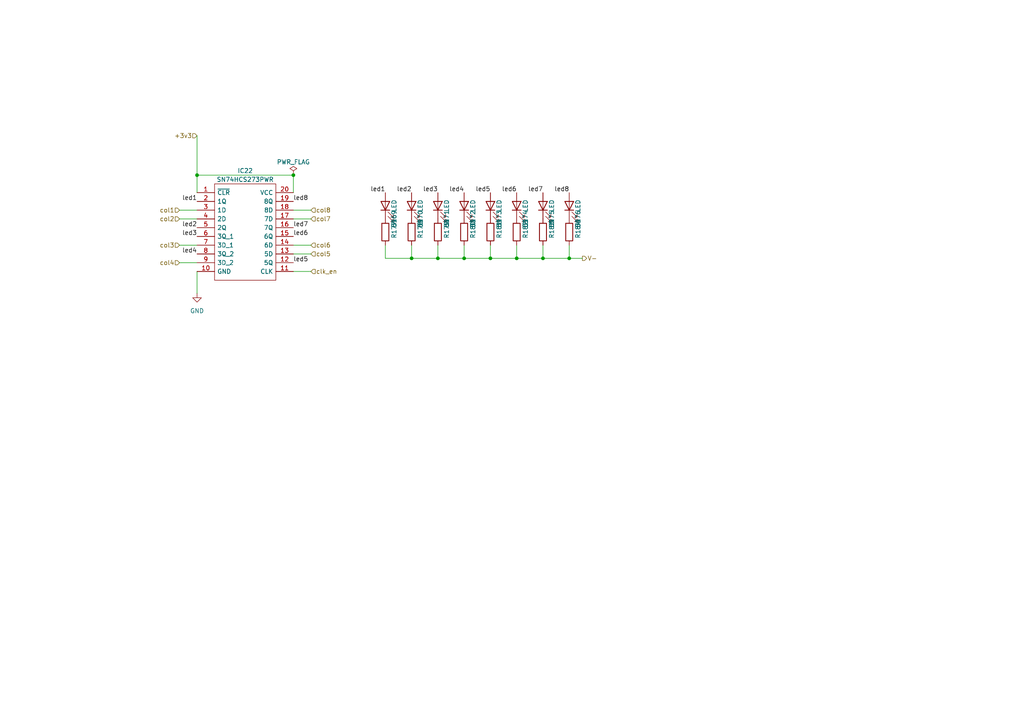
<source format=kicad_sch>
(kicad_sch (version 20230121) (generator eeschema)
  (paper "A4")
  (lib_symbols
    (symbol "Device:LED" (pin_numbers hide) (pin_names (offset 1.016) hide)
      (property "Reference" "D" (at 0 2.54 0))
      (property "Value" "LED" (at 0 -2.54 0))
      (symbol "LED_0_1"
        (polyline (pts (xy -1.27 -1.27) (xy -1.27 1.27)) (stroke (width 0.254)))
        (polyline (pts (xy -1.27 0) (xy 1.27 0)))
        (polyline (pts (xy 1.27 -1.27) (xy 1.27 1.27) (xy -1.27 0) (xy 1.27 -1.27)) (stroke (width 0.254)))
        (polyline (pts (xy -3.048 -0.762) (xy -4.572 -2.286) (xy -3.81 -2.286) (xy -4.572 -2.286) (xy -4.572 -1.524)))
        (polyline (pts (xy -1.778 -0.762) (xy -3.302 -2.286) (xy -2.54 -2.286) (xy -3.302 -2.286) (xy -3.302 -1.524)))
      )
      (symbol "LED_1_1"
        (pin passive line (at -3.81 0 0) (length 2.54) (name "K") (number "1"))
        (pin passive line (at 3.81 0 180) (length 2.54) (name "A") (number "2"))
      )
    )
    (symbol "Device:R" (pin_numbers hide) (pin_names (offset 0))
      (property "Reference" "R" (at 2.032 0 90))
      (property "Value" "R" (at 0 0 90))
      (symbol "R_0_1"
        (rectangle (start -1.016 -2.54) (end 1.016 2.54) (stroke (width 0.254)))
      )
      (symbol "R_1_1"
        (pin passive line (at 0 3.81 270) (length 1.27) (name "~") (number "1"))
        (pin passive line (at 0 -3.81 90) (length 1.27) (name "~") (number "2"))
      )
    )
    (symbol "SamacSys_Parts:SN74HCS273PWR" (pin_names (offset 0.762))
      (property "Reference" "IC" (at 24.13 7.62 0))
      (property "Value" "SN74HCS273PWR" (at 24.13 5.08 0))
      (symbol "SN74HCS273PWR_0_0"
        (pin passive line (at 0 0 0) (length 5.08) (name "~{CLR}") (number "1"))
        (pin passive line (at 0 -22.86 0) (length 5.08) (name "GND") (number "10"))
        (pin passive line (at 27.94 -22.86 180) (length 5.08) (name "CLK") (number "11"))
        (pin passive line (at 27.94 -20.32 180) (length 5.08) (name "5Q") (number "12"))
        (pin passive line (at 27.94 -17.78 180) (length 5.08) (name "5D") (number "13"))
        (pin passive line (at 27.94 -15.24 180) (length 5.08) (name "6D") (number "14"))
        (pin passive line (at 27.94 -12.7 180) (length 5.08) (name "6Q") (number "15"))
        (pin passive line (at 27.94 -10.16 180) (length 5.08) (name "7Q") (number "16"))
        (pin passive line (at 27.94 -7.62 180) (length 5.08) (name "7D") (number "17"))
        (pin passive line (at 27.94 -5.08 180) (length 5.08) (name "8D") (number "18"))
        (pin passive line (at 27.94 -2.54 180) (length 5.08) (name "8Q") (number "19"))
        (pin passive line (at 0 -2.54 0) (length 5.08) (name "1Q") (number "2"))
        (pin passive line (at 27.94 0 180) (length 5.08) (name "VCC") (number "20"))
        (pin passive line (at 0 -5.08 0) (length 5.08) (name "1D") (number "3"))
        (pin passive line (at 0 -7.62 0) (length 5.08) (name "2D") (number "4"))
        (pin passive line (at 0 -10.16 0) (length 5.08) (name "2Q") (number "5"))
        (pin passive line (at 0 -12.7 0) (length 5.08) (name "3Q_1") (number "6"))
        (pin passive line (at 0 -15.24 0) (length 5.08) (name "3D_1") (number "7"))
        (pin passive line (at 0 -17.78 0) (length 5.08) (name "3Q_2") (number "8"))
        (pin passive line (at 0 -20.32 0) (length 5.08) (name "3D_2") (number "9"))
      )
      (symbol "SN74HCS273PWR_0_1"
        (polyline (pts (xy 5.08 2.54) (xy 22.86 2.54) (xy 22.86 -25.4) (xy 5.08 -25.4) (xy 5.08 2.54)) (stroke (width 0.1524)))
      )
    )
    (symbol "power:GND" (power) (pin_names (offset 0))
      (property "Value" "GND" (at 0 -3.81 0))
      (symbol "GND_0_1"
        (polyline (pts (xy 0 0) (xy 0 -1.27) (xy 1.27 -1.27) (xy 0 -2.54) (xy -1.27 -1.27) (xy 0 -1.27)))
      )
      (symbol "GND_1_1"
        (pin power_in line (at 0 0 270) (length 0) hide (name "GND") (number "1"))
      )
    )
    (symbol "power:PWR_FLAG" (power) (pin_numbers hide) (pin_names (offset 0) hide)
      (property "Value" "PWR_FLAG" (at 0 3.81 0))
      (symbol "PWR_FLAG_0_0"
        (pin power_out line (at 0 0 90) (length 0) (name "pwr") (number "1"))
      )
      (symbol "PWR_FLAG_0_1"
        (polyline (pts (xy 0 0) (xy 0 1.27) (xy -1.016 1.905) (xy 0 2.54) (xy 1.016 1.905) (xy 0 1.27)))
      )
    )
  )
  (junction (at 149.86 74.93))
  (junction (at 165.1 74.93))
  (junction (at 57.15 50.8))
  (junction (at 85.09 50.8))
  (junction (at 134.62 74.93))
  (junction (at 157.48 74.93))
  (junction (at 127 74.93))
  (junction (at 119.38 74.93))
  (junction (at 142.24 74.93))
  (wire (pts (xy 165.1 71.12) (xy 165.1 74.93)))
  (wire (pts (xy 52.07 60.96) (xy 57.15 60.96)))
  (wire (pts (xy 52.07 63.5) (xy 57.15 63.5)))
  (wire (pts (xy 157.48 74.93) (xy 165.1 74.93)))
  (wire (pts (xy 165.1 74.93) (xy 168.91 74.93)))
  (wire (pts (xy 90.17 71.12) (xy 85.09 71.12)))
  (wire (pts (xy 119.38 71.12) (xy 119.38 74.93)))
  (wire (pts (xy 134.62 71.12) (xy 134.62 74.93)))
  (wire (pts (xy 142.24 74.93) (xy 149.86 74.93)))
  (wire (pts (xy 134.62 74.93) (xy 142.24 74.93)))
  (wire (pts (xy 57.15 78.74) (xy 57.15 85.09)))
  (wire (pts (xy 111.76 74.93) (xy 119.38 74.93)))
  (wire (pts (xy 127 71.12) (xy 127 74.93)))
  (wire (pts (xy 85.09 78.74) (xy 90.17 78.74)))
  (wire (pts (xy 90.17 63.5) (xy 85.09 63.5)))
  (wire (pts (xy 57.15 50.8) (xy 85.09 50.8)))
  (wire (pts (xy 90.17 60.96) (xy 85.09 60.96)))
  (wire (pts (xy 127 74.93) (xy 134.62 74.93)))
  (wire (pts (xy 119.38 74.93) (xy 127 74.93)))
  (wire (pts (xy 90.17 73.66) (xy 85.09 73.66)))
  (wire (pts (xy 142.24 71.12) (xy 142.24 74.93)))
  (wire (pts (xy 157.48 71.12) (xy 157.48 74.93)))
  (wire (pts (xy 57.15 39.37) (xy 57.15 50.8)))
  (wire (pts (xy 52.07 71.12) (xy 57.15 71.12)))
  (wire (pts (xy 52.07 76.2) (xy 57.15 76.2)))
  (wire (pts (xy 111.76 71.12) (xy 111.76 74.93)))
  (wire (pts (xy 57.15 50.8) (xy 57.15 55.88)))
  (wire (pts (xy 85.09 55.88) (xy 85.09 50.8)))
  (wire (pts (xy 149.86 71.12) (xy 149.86 74.93)))
  (wire (pts (xy 149.86 74.93) (xy 157.48 74.93)))
  (label "led3" (at 57.15 68.58 180))
  (label "led1" (at 57.15 58.42 180))
  (label "led4" (at 134.62 55.88 180))
  (label "led4" (at 57.15 73.66 180))
  (label "led2" (at 57.15 66.04 180))
  (label "led1" (at 111.76 55.88 180))
  (label "led3" (at 127 55.88 180))
  (label "led6" (at 149.86 55.88 180))
  (label "led6" (at 85.09 68.58 0))
  (label "led2" (at 119.38 55.88 180))
  (label "led5" (at 142.24 55.88 180))
  (label "led8" (at 85.09 58.42 0))
  (label "led5" (at 85.09 76.2 0))
  (label "led7" (at 85.09 66.04 0))
  (label "led7" (at 157.48 55.88 180))
  (label "led8" (at 165.1 55.88 180))
  (hierarchical_label "col5" (shape input) (at 90.17 73.66 0))
  (hierarchical_label "col7" (shape input) (at 90.17 63.5 0))
  (hierarchical_label "+3v3" (shape input) (at 57.15 39.37 180))
  (hierarchical_label "col8" (shape input) (at 90.17 60.96 0))
  (hierarchical_label "col2" (shape input) (at 52.07 63.5 180))
  (hierarchical_label "col6" (shape input) (at 90.17 71.12 0))
  (hierarchical_label "col1" (shape input) (at 52.07 60.96 180))
  (hierarchical_label "V-" (shape output) (at 168.91 74.93 0))
  (hierarchical_label "col4" (shape input) (at 52.07 76.2 180))
  (hierarchical_label "clk_en" (shape input) (at 90.17 78.74 0))
  (hierarchical_label "col3" (shape input) (at 52.07 71.12 180))
  (symbol (lib_id "Device:R") (at 149.86 67.31 0) (unit 1)
    (property "Reference" "R182" (at 152.4 69.215 90) (effects (justify left)))
    (property "Value" "59" (at 152.4 66.04 90) (effects (justify left)))
    (property "Footprint" "Resistor_SMD:R_0603_1608Metric" (effects hide))
    (instances (project "led_schematics" (path "" (reference "R182") (unit 1)) (path "" (reference "R174") (unit 1)) (path "" (reference "R150") (unit 1)) (path "" (reference "R198") (unit 1)) (path "" (reference "R166") (unit 1)) (path "" (reference "R142") (unit 1)) (path "" (reference "R158") (unit 1)) (path "" (reference "R190") (unit 1)) (path "" (reference "R46") (unit 1)) (path "" (reference "R62") (unit 1)) (path "" (reference "R30") (unit 1)) (path "" (reference "R14") (unit 1)) (path "" (reference "R70") (unit 1)) (path "" (reference "R54") (unit 1)) (path "" (reference "R22") (unit 1)) (path "" (reference "R38") (unit 1)) (path "" (reference "R78") (unit 1)) (path "" (reference "R102") (unit 1)) (path "" (reference "R94") (unit 1)) (path "" (reference "R118") (unit 1)) (path "" (reference "R134") (unit 1)) (path "" (reference "R86") (unit 1)) (path "" (reference "R110") (unit 1)) (path "" (reference "R126") (unit 1)) (path "" (reference "R230") (unit 1)) (path "" (reference "R246") (unit 1)) (path "" (reference "R262") (unit 1)) (path "" (reference "R254") (unit 1)) (path "" (reference "R206") (unit 1)) (path "" (reference "R214") (unit 1)) (path "" (reference "R238") (unit 1)) (path "" (reference "R222") (unit 1)) (path "" (reference "R326") (unit 1)) (path "" (reference "R302") (unit 1)) (path "" (reference "R278") (unit 1)) (path "" (reference "R286") (unit 1)) (path "" (reference "R294") (unit 1)) (path "" (reference "R270") (unit 1)) (path "" (reference "R318") (unit 1)) (path "" (reference "R310") (unit 1)) (path "" (reference "R374") (unit 1)) (path "" (reference "R342") (unit 1)) (path "" (reference "R350") (unit 1)) (path "" (reference "R382") (unit 1)) (path "" (reference "R366") (unit 1)) (path "" (reference "R334") (unit 1)) (path "" (reference "R358") (unit 1)) (path "" (reference "R390") (unit 1)) (path "" (reference "R422") (unit 1)) (path "" (reference "R414") (unit 1)) (path "" (reference "R446") (unit 1)) (path "" (reference "R406") (unit 1)) (path "" (reference "R454") (unit 1)) (path "" (reference "R430") (unit 1)) (path "" (reference "R398") (unit 1)) (path "" (reference "R438") (unit 1)) (path "" (reference "R470") (unit 1)) (path "" (reference "R478") (unit 1)) (path "" (reference "R486") (unit 1)) (path "" (reference "R462") (unit 1)) (path "" (reference "R502") (unit 1)) (path "" (reference "R518") (unit 1)) (path "" (reference "R494") (unit 1)) (path "" (reference "R510") (unit 1))))
  )
  (symbol (lib_id "Device:R") (at 111.76 67.31 0) (unit 1)
    (property "Reference" "R177" (at 114.3 69.215 90) (effects (justify left)))
    (property "Value" "59" (at 114.3 66.04 90) (effects (justify left)))
    (property "Footprint" "Resistor_SMD:R_0603_1608Metric" (effects hide))
    (instances (project "led_schematics" (path "" (reference "R177") (unit 1)) (path "" (reference "R169") (unit 1)) (path "" (reference "R145") (unit 1)) (path "" (reference "R193") (unit 1)) (path "" (reference "R161") (unit 1)) (path "" (reference "R137") (unit 1)) (path "" (reference "R153") (unit 1)) (path "" (reference "R185") (unit 1)) (path "" (reference "R41") (unit 1)) (path "" (reference "R57") (unit 1)) (path "" (reference "R25") (unit 1)) (path "" (reference "R9") (unit 1)) (path "" (reference "R65") (unit 1)) (path "" (reference "R49") (unit 1)) (path "" (reference "R17") (unit 1)) (path "" (reference "R33") (unit 1)) (path "" (reference "R73") (unit 1)) (path "" (reference "R97") (unit 1)) (path "" (reference "R89") (unit 1)) (path "" (reference "R113") (unit 1)) (path "" (reference "R129") (unit 1)) (path "" (reference "R81") (unit 1)) (path "" (reference "R105") (unit 1)) (path "" (reference "R121") (unit 1)) (path "" (reference "R225") (unit 1)) (path "" (reference "R241") (unit 1)) (path "" (reference "R257") (unit 1)) (path "" (reference "R249") (unit 1)) (path "" (reference "R201") (unit 1)) (path "" (reference "R209") (unit 1)) (path "" (reference "R233") (unit 1)) (path "" (reference "R217") (unit 1)) (path "" (reference "R321") (unit 1)) (path "" (reference "R297") (unit 1)) (path "" (reference "R273") (unit 1)) (path "" (reference "R281") (unit 1)) (path "" (reference "R289") (unit 1)) (path "" (reference "R265") (unit 1)) (path "" (reference "R313") (unit 1)) (path "" (reference "R305") (unit 1)) (path "" (reference "R369") (unit 1)) (path "" (reference "R337") (unit 1)) (path "" (reference "R345") (unit 1)) (path "" (reference "R377") (unit 1)) (path "" (reference "R361") (unit 1)) (path "" (reference "R329") (unit 1)) (path "" (reference "R353") (unit 1)) (path "" (reference "R385") (unit 1)) (path "" (reference "R417") (unit 1)) (path "" (reference "R409") (unit 1)) (path "" (reference "R441") (unit 1)) (path "" (reference "R401") (unit 1)) (path "" (reference "R449") (unit 1)) (path "" (reference "R425") (unit 1)) (path "" (reference "R393") (unit 1)) (path "" (reference "R433") (unit 1)) (path "" (reference "R465") (unit 1)) (path "" (reference "R473") (unit 1)) (path "" (reference "R481") (unit 1)) (path "" (reference "R457") (unit 1)) (path "" (reference "R497") (unit 1)) (path "" (reference "R513") (unit 1)) (path "" (reference "R489") (unit 1)) (path "" (reference "R505") (unit 1))))
  )
  (symbol (lib_id "Device:LED") (at 127 59.69 90) (unit 1)
    (property "Reference" "D171" (at 129.54 63.5 0))
    (property "Value" "LED" (at 129.54 59.69 0))
    (property "Footprint" "LED_THT:LED_D10.0mm" (effects hide))
    (instances (project "led_schematics" (path "" (reference "D171") (unit 1)) (path "" (reference "D163") (unit 1)) (path "" (reference "D139") (unit 1)) (path "" (reference "D187") (unit 1)) (path "" (reference "D155") (unit 1)) (path "" (reference "D131") (unit 1)) (path "" (reference "D147") (unit 1)) (path "" (reference "D179") (unit 1)) (path "" (reference "D35") (unit 1)) (path "" (reference "D51") (unit 1)) (path "" (reference "D19") (unit 1)) (path "" (reference "D3") (unit 1)) (path "" (reference "D59") (unit 1)) (path "" (reference "D43") (unit 1)) (path "" (reference "D11") (unit 1)) (path "" (reference "D27") (unit 1)) (path "" (reference "D67") (unit 1)) (path "" (reference "D91") (unit 1)) (path "" (reference "D83") (unit 1)) (path "" (reference "D107") (unit 1)) (path "" (reference "D123") (unit 1)) (path "" (reference "D75") (unit 1)) (path "" (reference "D99") (unit 1)) (path "" (reference "D115") (unit 1)) (path "" (reference "D219") (unit 1)) (path "" (reference "D235") (unit 1)) (path "" (reference "D251") (unit 1)) (path "" (reference "D243") (unit 1)) (path "" (reference "D195") (unit 1)) (path "" (reference "D203") (unit 1)) (path "" (reference "D227") (unit 1)) (path "" (reference "D211") (unit 1)) (path "" (reference "D315") (unit 1)) (path "" (reference "D291") (unit 1)) (path "" (reference "D267") (unit 1)) (path "" (reference "D275") (unit 1)) (path "" (reference "D283") (unit 1)) (path "" (reference "D259") (unit 1)) (path "" (reference "D307") (unit 1)) (path "" (reference "D299") (unit 1)) (path "" (reference "D363") (unit 1)) (path "" (reference "D331") (unit 1)) (path "" (reference "D339") (unit 1)) (path "" (reference "D371") (unit 1)) (path "" (reference "D355") (unit 1)) (path "" (reference "D323") (unit 1)) (path "" (reference "D347") (unit 1)) (path "" (reference "D379") (unit 1)) (path "" (reference "D411") (unit 1)) (path "" (reference "D403") (unit 1)) (path "" (reference "D435") (unit 1)) (path "" (reference "D395") (unit 1)) (path "" (reference "D443") (unit 1)) (path "" (reference "D419") (unit 1)) (path "" (reference "D387") (unit 1)) (path "" (reference "D427") (unit 1)) (path "" (reference "D459") (unit 1)) (path "" (reference "D467") (unit 1)) (path "" (reference "D475") (unit 1)) (path "" (reference "D451") (unit 1)) (path "" (reference "D491") (unit 1)) (path "" (reference "D507") (unit 1)) (path "" (reference "D483") (unit 1)) (path "" (reference "D499") (unit 1))))
  )
  (symbol (lib_id "SamacSys_Parts:SN74HCS273PWR") (at 57.15 55.88 0) (unit 1)
    (property "Reference" "IC22" (at 71.12 49.53 0))
    (property "Value" "SN74HCS273PWR" (at 71.12 52.07 0))
    (property "Footprint" "SOP65P640X120-20N" (effects hide))
    (property "Datasheet" "https://www.ti.com/general/docs/suppproductinfo.tsp?distId=26&gotoUrl=https://www.ti.com/lit/gpn/sn74hcs273" (effects hide))
    (property "Description" "Flip Flops Octal D-type flip-flops with clear with Schmitt-trigger inputs" (effects hide))
    (property "Height" "1.2" (effects hide))
    (property "Mouser Part Number" "595-SN74HCS273PWR" (effects hide))
    (property "Mouser Price/Stock" "https://www.mouser.co.uk/ProductDetail/Texas-Instruments/SN74HCS273PWR?qs=QNEnbhJQKvYIJo9rBWLKyw%3D%3D" (effects hide))
    (property "Manufacturer_Name" "Texas Instruments" (effects hide))
    (property "Manufacturer_Part_Number" "SN74HCS273PWR" (effects hide))
    (instances (project "led_schematics" (path "" (reference "IC22") (unit 1)) (path "" (reference "IC21") (unit 1)) (path "" (reference "IC18") (unit 1)) (path "" (reference "IC24") (unit 1)) (path "" (reference "IC20") (unit 1)) (path "" (reference "IC17") (unit 1)) (path "" (reference "IC19") (unit 1)) (path "" (reference "IC23") (unit 1)) (path "" (reference "IC5") (unit 1)) (path "" (reference "IC7") (unit 1)) (path "" (reference "IC3") (unit 1)) (path "" (reference "IC1") (unit 1)) (path "" (reference "IC8") (unit 1)) (path "" (reference "IC6") (unit 1)) (path "" (reference "IC2") (unit 1)) (path "" (reference "IC4") (unit 1)) (path "" (reference "IC9") (unit 1)) (path "" (reference "IC12") (unit 1)) (path "" (reference "IC11") (unit 1)) (path "" (reference "IC14") (unit 1)) (path "" (reference "IC16") (unit 1)) (path "" (reference "IC10") (unit 1)) (path "" (reference "IC13") (unit 1)) (path "" (reference "IC15") (unit 1)) (path "" (reference "IC28") (unit 1)) (path "" (reference "IC30") (unit 1)) (path "" (reference "IC32") (unit 1)) (path "" (reference "IC31") (unit 1)) (path "" (reference "IC25") (unit 1)) (path "" (reference "IC26") (unit 1)) (path "" (reference "IC29") (unit 1)) (path "" (reference "IC27") (unit 1)) (path "" (reference "IC40") (unit 1)) (path "" (reference "IC37") (unit 1)) (path "" (reference "IC34") (unit 1)) (path "" (reference "IC35") (unit 1)) (path "" (reference "IC36") (unit 1)) (path "" (reference "IC33") (unit 1)) (path "" (reference "IC39") (unit 1)) (path "" (reference "IC38") (unit 1)) (path "" (reference "IC46") (unit 1)) (path "" (reference "IC42") (unit 1)) (path "" (reference "IC43") (unit 1)) (path "" (reference "IC47") (unit 1)) (path "" (reference "IC45") (unit 1)) (path "" (reference "IC41") (unit 1)) (path "" (reference "IC44") (unit 1)) (path "" (reference "IC48") (unit 1)) (path "" (reference "IC52") (unit 1)) (path "" (reference "IC51") (unit 1)) (path "" (reference "IC55") (unit 1)) (path "" (reference "IC50") (unit 1)) (path "" (reference "IC56") (unit 1)) (path "" (reference "IC53") (unit 1)) (path "" (reference "IC49") (unit 1)) (path "" (reference "IC54") (unit 1)) (path "" (reference "IC58") (unit 1)) (path "" (reference "IC59") (unit 1)) (path "" (reference "IC60") (unit 1)) (path "" (reference "IC57") (unit 1)) (path "" (reference "IC62") (unit 1)) (path "" (reference "IC64") (unit 1)) (path "" (reference "IC61") (unit 1)) (path "" (reference "IC63") (unit 1))))
  )
  (symbol (lib_id "Device:LED") (at 165.1 59.69 90) (unit 1)
    (property "Reference" "D176" (at 167.64 63.5 0))
    (property "Value" "LED" (at 167.64 59.69 0))
    (property "Footprint" "LED_THT:LED_D10.0mm" (effects hide))
    (instances (project "led_schematics" (path "" (reference "D176") (unit 1)) (path "" (reference "D168") (unit 1)) (path "" (reference "D144") (unit 1)) (path "" (reference "D192") (unit 1)) (path "" (reference "D160") (unit 1)) (path "" (reference "D136") (unit 1)) (path "" (reference "D152") (unit 1)) (path "" (reference "D184") (unit 1)) (path "" (reference "D40") (unit 1)) (path "" (reference "D56") (unit 1)) (path "" (reference "D24") (unit 1)) (path "" (reference "D8") (unit 1)) (path "" (reference "D64") (unit 1)) (path "" (reference "D48") (unit 1)) (path "" (reference "D16") (unit 1)) (path "" (reference "D32") (unit 1)) (path "" (reference "D72") (unit 1)) (path "" (reference "D96") (unit 1)) (path "" (reference "D88") (unit 1)) (path "" (reference "D112") (unit 1)) (path "" (reference "D128") (unit 1)) (path "" (reference "D80") (unit 1)) (path "" (reference "D104") (unit 1)) (path "" (reference "D120") (unit 1)) (path "" (reference "D224") (unit 1)) (path "" (reference "D240") (unit 1)) (path "" (reference "D256") (unit 1)) (path "" (reference "D248") (unit 1)) (path "" (reference "D200") (unit 1)) (path "" (reference "D208") (unit 1)) (path "" (reference "D232") (unit 1)) (path "" (reference "D216") (unit 1)) (path "" (reference "D320") (unit 1)) (path "" (reference "D296") (unit 1)) (path "" (reference "D272") (unit 1)) (path "" (reference "D280") (unit 1)) (path "" (reference "D288") (unit 1)) (path "" (reference "D264") (unit 1)) (path "" (reference "D312") (unit 1)) (path "" (reference "D304") (unit 1)) (path "" (reference "D368") (unit 1)) (path "" (reference "D336") (unit 1)) (path "" (reference "D344") (unit 1)) (path "" (reference "D376") (unit 1)) (path "" (reference "D360") (unit 1)) (path "" (reference "D328") (unit 1)) (path "" (reference "D352") (unit 1)) (path "" (reference "D384") (unit 1)) (path "" (reference "D416") (unit 1)) (path "" (reference "D408") (unit 1)) (path "" (reference "D440") (unit 1)) (path "" (reference "D400") (unit 1)) (path "" (reference "D448") (unit 1)) (path "" (reference "D424") (unit 1)) (path "" (reference "D392") (unit 1)) (path "" (reference "D432") (unit 1)) (path "" (reference "D464") (unit 1)) (path "" (reference "D472") (unit 1)) (path "" (reference "D480") (unit 1)) (path "" (reference "D456") (unit 1)) (path "" (reference "D496") (unit 1)) (path "" (reference "D512") (unit 1)) (path "" (reference "D488") (unit 1)) (path "" (reference "D504") (unit 1))))
  )
  (symbol (lib_id "Device:LED") (at 119.38 59.69 90) (unit 1)
    (property "Reference" "D170" (at 121.92 63.5 0))
    (property "Value" "LED" (at 121.92 59.69 0))
    (property "Footprint" "LED_THT:LED_D10.0mm" (effects hide))
    (instances (project "led_schematics" (path "" (reference "D170") (unit 1)) (path "" (reference "D162") (unit 1)) (path "" (reference "D138") (unit 1)) (path "" (reference "D186") (unit 1)) (path "" (reference "D154") (unit 1)) (path "" (reference "D130") (unit 1)) (path "" (reference "D146") (unit 1)) (path "" (reference "D178") (unit 1)) (path "" (reference "D34") (unit 1)) (path "" (reference "D50") (unit 1)) (path "" (reference "D18") (unit 1)) (path "" (reference "D2") (unit 1)) (path "" (reference "D58") (unit 1)) (path "" (reference "D42") (unit 1)) (path "" (reference "D10") (unit 1)) (path "" (reference "D26") (unit 1)) (path "" (reference "D66") (unit 1)) (path "" (reference "D90") (unit 1)) (path "" (reference "D82") (unit 1)) (path "" (reference "D106") (unit 1)) (path "" (reference "D122") (unit 1)) (path "" (reference "D74") (unit 1)) (path "" (reference "D98") (unit 1)) (path "" (reference "D114") (unit 1)) (path "" (reference "D218") (unit 1)) (path "" (reference "D234") (unit 1)) (path "" (reference "D250") (unit 1)) (path "" (reference "D242") (unit 1)) (path "" (reference "D194") (unit 1)) (path "" (reference "D202") (unit 1)) (path "" (reference "D226") (unit 1)) (path "" (reference "D210") (unit 1)) (path "" (reference "D314") (unit 1)) (path "" (reference "D290") (unit 1)) (path "" (reference "D266") (unit 1)) (path "" (reference "D274") (unit 1)) (path "" (reference "D282") (unit 1)) (path "" (reference "D258") (unit 1)) (path "" (reference "D306") (unit 1)) (path "" (reference "D298") (unit 1)) (path "" (reference "D362") (unit 1)) (path "" (reference "D330") (unit 1)) (path "" (reference "D338") (unit 1)) (path "" (reference "D370") (unit 1)) (path "" (reference "D354") (unit 1)) (path "" (reference "D322") (unit 1)) (path "" (reference "D346") (unit 1)) (path "" (reference "D378") (unit 1)) (path "" (reference "D410") (unit 1)) (path "" (reference "D402") (unit 1)) (path "" (reference "D434") (unit 1)) (path "" (reference "D394") (unit 1)) (path "" (reference "D442") (unit 1)) (path "" (reference "D418") (unit 1)) (path "" (reference "D386") (unit 1)) (path "" (reference "D426") (unit 1)) (path "" (reference "D458") (unit 1)) (path "" (reference "D466") (unit 1)) (path "" (reference "D474") (unit 1)) (path "" (reference "D450") (unit 1)) (path "" (reference "D490") (unit 1)) (path "" (reference "D506") (unit 1)) (path "" (reference "D482") (unit 1)) (path "" (reference "D498") (unit 1))))
  )
  (symbol (lib_id "Device:R") (at 142.24 67.31 0) (unit 1)
    (property "Reference" "R181" (at 144.78 69.215 90) (effects (justify left)))
    (property "Value" "59" (at 144.78 66.04 90) (effects (justify left)))
    (property "Footprint" "Resistor_SMD:R_0603_1608Metric" (effects hide))
    (instances (project "led_schematics" (path "" (reference "R181") (unit 1)) (path "" (reference "R173") (unit 1)) (path "" (reference "R149") (unit 1)) (path "" (reference "R197") (unit 1)) (path "" (reference "R165") (unit 1)) (path "" (reference "R141") (unit 1)) (path "" (reference "R157") (unit 1)) (path "" (reference "R189") (unit 1)) (path "" (reference "R45") (unit 1)) (path "" (reference "R61") (unit 1)) (path "" (reference "R29") (unit 1)) (path "" (reference "R13") (unit 1)) (path "" (reference "R69") (unit 1)) (path "" (reference "R53") (unit 1)) (path "" (reference "R21") (unit 1)) (path "" (reference "R37") (unit 1)) (path "" (reference "R77") (unit 1)) (path "" (reference "R101") (unit 1)) (path "" (reference "R93") (unit 1)) (path "" (reference "R117") (unit 1)) (path "" (reference "R133") (unit 1)) (path "" (reference "R85") (unit 1)) (path "" (reference "R109") (unit 1)) (path "" (reference "R125") (unit 1)) (path "" (reference "R229") (unit 1)) (path "" (reference "R245") (unit 1)) (path "" (reference "R261") (unit 1)) (path "" (reference "R253") (unit 1)) (path "" (reference "R205") (unit 1)) (path "" (reference "R213") (unit 1)) (path "" (reference "R237") (unit 1)) (path "" (reference "R221") (unit 1)) (path "" (reference "R325") (unit 1)) (path "" (reference "R301") (unit 1)) (path "" (reference "R277") (unit 1)) (path "" (reference "R285") (unit 1)) (path "" (reference "R293") (unit 1)) (path "" (reference "R269") (unit 1)) (path "" (reference "R317") (unit 1)) (path "" (reference "R309") (unit 1)) (path "" (reference "R373") (unit 1)) (path "" (reference "R341") (unit 1)) (path "" (reference "R349") (unit 1)) (path "" (reference "R381") (unit 1)) (path "" (reference "R365") (unit 1)) (path "" (reference "R333") (unit 1)) (path "" (reference "R357") (unit 1)) (path "" (reference "R389") (unit 1)) (path "" (reference "R421") (unit 1)) (path "" (reference "R413") (unit 1)) (path "" (reference "R445") (unit 1)) (path "" (reference "R405") (unit 1)) (path "" (reference "R453") (unit 1)) (path "" (reference "R429") (unit 1)) (path "" (reference "R397") (unit 1)) (path "" (reference "R437") (unit 1)) (path "" (reference "R469") (unit 1)) (path "" (reference "R477") (unit 1)) (path "" (reference "R485") (unit 1)) (path "" (reference "R461") (unit 1)) (path "" (reference "R501") (unit 1)) (path "" (reference "R517") (unit 1)) (path "" (reference "R493") (unit 1)) (path "" (reference "R509") (unit 1))))
  )
  (symbol (lib_id "Device:R") (at 157.48 67.31 0) (unit 1)
    (property "Reference" "R183" (at 160.02 69.215 90) (effects (justify left)))
    (property "Value" "59" (at 160.02 66.04 90) (effects (justify left)))
    (property "Footprint" "Resistor_SMD:R_0603_1608Metric" (effects hide))
    (instances (project "led_schematics" (path "" (reference "R183") (unit 1)) (path "" (reference "R175") (unit 1)) (path "" (reference "R151") (unit 1)) (path "" (reference "R199") (unit 1)) (path "" (reference "R167") (unit 1)) (path "" (reference "R143") (unit 1)) (path "" (reference "R159") (unit 1)) (path "" (reference "R191") (unit 1)) (path "" (reference "R47") (unit 1)) (path "" (reference "R63") (unit 1)) (path "" (reference "R31") (unit 1)) (path "" (reference "R15") (unit 1)) (path "" (reference "R71") (unit 1)) (path "" (reference "R55") (unit 1)) (path "" (reference "R23") (unit 1)) (path "" (reference "R39") (unit 1)) (path "" (reference "R79") (unit 1)) (path "" (reference "R103") (unit 1)) (path "" (reference "R95") (unit 1)) (path "" (reference "R119") (unit 1)) (path "" (reference "R135") (unit 1)) (path "" (reference "R87") (unit 1)) (path "" (reference "R111") (unit 1)) (path "" (reference "R127") (unit 1)) (path "" (reference "R231") (unit 1)) (path "" (reference "R247") (unit 1)) (path "" (reference "R263") (unit 1)) (path "" (reference "R255") (unit 1)) (path "" (reference "R207") (unit 1)) (path "" (reference "R215") (unit 1)) (path "" (reference "R239") (unit 1)) (path "" (reference "R223") (unit 1)) (path "" (reference "R327") (unit 1)) (path "" (reference "R303") (unit 1)) (path "" (reference "R279") (unit 1)) (path "" (reference "R287") (unit 1)) (path "" (reference "R295") (unit 1)) (path "" (reference "R271") (unit 1)) (path "" (reference "R319") (unit 1)) (path "" (reference "R311") (unit 1)) (path "" (reference "R375") (unit 1)) (path "" (reference "R343") (unit 1)) (path "" (reference "R351") (unit 1)) (path "" (reference "R383") (unit 1)) (path "" (reference "R367") (unit 1)) (path "" (reference "R335") (unit 1)) (path "" (reference "R359") (unit 1)) (path "" (reference "R391") (unit 1)) (path "" (reference "R423") (unit 1)) (path "" (reference "R415") (unit 1)) (path "" (reference "R447") (unit 1)) (path "" (reference "R407") (unit 1)) (path "" (reference "R455") (unit 1)) (path "" (reference "R431") (unit 1)) (path "" (reference "R399") (unit 1)) (path "" (reference "R439") (unit 1)) (path "" (reference "R471") (unit 1)) (path "" (reference "R479") (unit 1)) (path "" (reference "R487") (unit 1)) (path "" (reference "R463") (unit 1)) (path "" (reference "R503") (unit 1)) (path "" (reference "R519") (unit 1)) (path "" (reference "R495") (unit 1)) (path "" (reference "R511") (unit 1))))
  )
  (symbol (lib_id "Device:LED") (at 157.48 59.69 90) (unit 1)
    (property "Reference" "D175" (at 160.02 63.5 0))
    (property "Value" "LED" (at 160.02 59.69 0))
    (property "Footprint" "LED_THT:LED_D10.0mm" (effects hide))
    (instances (project "led_schematics" (path "" (reference "D175") (unit 1)) (path "" (reference "D167") (unit 1)) (path "" (reference "D143") (unit 1)) (path "" (reference "D191") (unit 1)) (path "" (reference "D159") (unit 1)) (path "" (reference "D135") (unit 1)) (path "" (reference "D151") (unit 1)) (path "" (reference "D183") (unit 1)) (path "" (reference "D39") (unit 1)) (path "" (reference "D55") (unit 1)) (path "" (reference "D23") (unit 1)) (path "" (reference "D7") (unit 1)) (path "" (reference "D63") (unit 1)) (path "" (reference "D47") (unit 1)) (path "" (reference "D15") (unit 1)) (path "" (reference "D31") (unit 1)) (path "" (reference "D71") (unit 1)) (path "" (reference "D95") (unit 1)) (path "" (reference "D87") (unit 1)) (path "" (reference "D111") (unit 1)) (path "" (reference "D127") (unit 1)) (path "" (reference "D79") (unit 1)) (path "" (reference "D103") (unit 1)) (path "" (reference "D119") (unit 1)) (path "" (reference "D223") (unit 1)) (path "" (reference "D239") (unit 1)) (path "" (reference "D255") (unit 1)) (path "" (reference "D247") (unit 1)) (path "" (reference "D199") (unit 1)) (path "" (reference "D207") (unit 1)) (path "" (reference "D231") (unit 1)) (path "" (reference "D215") (unit 1)) (path "" (reference "D319") (unit 1)) (path "" (reference "D295") (unit 1)) (path "" (reference "D271") (unit 1)) (path "" (reference "D279") (unit 1)) (path "" (reference "D287") (unit 1)) (path "" (reference "D263") (unit 1)) (path "" (reference "D311") (unit 1)) (path "" (reference "D303") (unit 1)) (path "" (reference "D367") (unit 1)) (path "" (reference "D335") (unit 1)) (path "" (reference "D343") (unit 1)) (path "" (reference "D375") (unit 1)) (path "" (reference "D359") (unit 1)) (path "" (reference "D327") (unit 1)) (path "" (reference "D351") (unit 1)) (path "" (reference "D383") (unit 1)) (path "" (reference "D415") (unit 1)) (path "" (reference "D407") (unit 1)) (path "" (reference "D439") (unit 1)) (path "" (reference "D399") (unit 1)) (path "" (reference "D447") (unit 1)) (path "" (reference "D423") (unit 1)) (path "" (reference "D391") (unit 1)) (path "" (reference "D431") (unit 1)) (path "" (reference "D463") (unit 1)) (path "" (reference "D471") (unit 1)) (path "" (reference "D479") (unit 1)) (path "" (reference "D455") (unit 1)) (path "" (reference "D495") (unit 1)) (path "" (reference "D511") (unit 1)) (path "" (reference "D487") (unit 1)) (path "" (reference "D503") (unit 1))))
  )
  (symbol (lib_id "Device:LED") (at 111.76 59.69 90) (unit 1)
    (property "Reference" "D169" (at 114.3 63.5 0))
    (property "Value" "LED" (at 114.3 59.69 0))
    (property "Footprint" "LED_THT:LED_D10.0mm" (effects hide))
    (instances (project "led_schematics" (path "" (reference "D169") (unit 1)) (path "" (reference "D161") (unit 1)) (path "" (reference "D137") (unit 1)) (path "" (reference "D185") (unit 1)) (path "" (reference "D153") (unit 1)) (path "" (reference "D129") (unit 1)) (path "" (reference "D145") (unit 1)) (path "" (reference "D177") (unit 1)) (path "" (reference "D33") (unit 1)) (path "" (reference "D49") (unit 1)) (path "" (reference "D17") (unit 1)) (path "" (reference "D1") (unit 1)) (path "" (reference "D57") (unit 1)) (path "" (reference "D41") (unit 1)) (path "" (reference "D9") (unit 1)) (path "" (reference "D25") (unit 1)) (path "" (reference "D65") (unit 1)) (path "" (reference "D89") (unit 1)) (path "" (reference "D81") (unit 1)) (path "" (reference "D105") (unit 1)) (path "" (reference "D121") (unit 1)) (path "" (reference "D73") (unit 1)) (path "" (reference "D97") (unit 1)) (path "" (reference "D113") (unit 1)) (path "" (reference "D217") (unit 1)) (path "" (reference "D233") (unit 1)) (path "" (reference "D249") (unit 1)) (path "" (reference "D241") (unit 1)) (path "" (reference "D193") (unit 1)) (path "" (reference "D201") (unit 1)) (path "" (reference "D225") (unit 1)) (path "" (reference "D209") (unit 1)) (path "" (reference "D313") (unit 1)) (path "" (reference "D289") (unit 1)) (path "" (reference "D265") (unit 1)) (path "" (reference "D273") (unit 1)) (path "" (reference "D281") (unit 1)) (path "" (reference "D257") (unit 1)) (path "" (reference "D305") (unit 1)) (path "" (reference "D297") (unit 1)) (path "" (reference "D361") (unit 1)) (path "" (reference "D329") (unit 1)) (path "" (reference "D337") (unit 1)) (path "" (reference "D369") (unit 1)) (path "" (reference "D353") (unit 1)) (path "" (reference "D321") (unit 1)) (path "" (reference "D345") (unit 1)) (path "" (reference "D377") (unit 1)) (path "" (reference "D409") (unit 1)) (path "" (reference "D401") (unit 1)) (path "" (reference "D433") (unit 1)) (path "" (reference "D393") (unit 1)) (path "" (reference "D441") (unit 1)) (path "" (reference "D417") (unit 1)) (path "" (reference "D385") (unit 1)) (path "" (reference "D425") (unit 1)) (path "" (reference "D457") (unit 1)) (path "" (reference "D465") (unit 1)) (path "" (reference "D473") (unit 1)) (path "" (reference "D449") (unit 1)) (path "" (reference "D489") (unit 1)) (path "" (reference "D505") (unit 1)) (path "" (reference "D481") (unit 1)) (path "" (reference "D497") (unit 1))))
  )
  (symbol (lib_id "Device:LED") (at 142.24 59.69 90) (unit 1)
    (property "Reference" "D173" (at 144.78 63.5 0))
    (property "Value" "LED" (at 144.78 59.69 0))
    (property "Footprint" "LED_THT:LED_D10.0mm" (effects hide))
    (instances (project "led_schematics" (path "" (reference "D173") (unit 1)) (path "" (reference "D165") (unit 1)) (path "" (reference "D141") (unit 1)) (path "" (reference "D189") (unit 1)) (path "" (reference "D157") (unit 1)) (path "" (reference "D133") (unit 1)) (path "" (reference "D149") (unit 1)) (path "" (reference "D181") (unit 1)) (path "" (reference "D37") (unit 1)) (path "" (reference "D53") (unit 1)) (path "" (reference "D21") (unit 1)) (path "" (reference "D5") (unit 1)) (path "" (reference "D61") (unit 1)) (path "" (reference "D45") (unit 1)) (path "" (reference "D13") (unit 1)) (path "" (reference "D29") (unit 1)) (path "" (reference "D69") (unit 1)) (path "" (reference "D93") (unit 1)) (path "" (reference "D85") (unit 1)) (path "" (reference "D109") (unit 1)) (path "" (reference "D125") (unit 1)) (path "" (reference "D77") (unit 1)) (path "" (reference "D101") (unit 1)) (path "" (reference "D117") (unit 1)) (path "" (reference "D221") (unit 1)) (path "" (reference "D237") (unit 1)) (path "" (reference "D253") (unit 1)) (path "" (reference "D245") (unit 1)) (path "" (reference "D197") (unit 1)) (path "" (reference "D205") (unit 1)) (path "" (reference "D229") (unit 1)) (path "" (reference "D213") (unit 1)) (path "" (reference "D317") (unit 1)) (path "" (reference "D293") (unit 1)) (path "" (reference "D269") (unit 1)) (path "" (reference "D277") (unit 1)) (path "" (reference "D285") (unit 1)) (path "" (reference "D261") (unit 1)) (path "" (reference "D309") (unit 1)) (path "" (reference "D301") (unit 1)) (path "" (reference "D365") (unit 1)) (path "" (reference "D333") (unit 1)) (path "" (reference "D341") (unit 1)) (path "" (reference "D373") (unit 1)) (path "" (reference "D357") (unit 1)) (path "" (reference "D325") (unit 1)) (path "" (reference "D349") (unit 1)) (path "" (reference "D381") (unit 1)) (path "" (reference "D413") (unit 1)) (path "" (reference "D405") (unit 1)) (path "" (reference "D437") (unit 1)) (path "" (reference "D397") (unit 1)) (path "" (reference "D445") (unit 1)) (path "" (reference "D421") (unit 1)) (path "" (reference "D389") (unit 1)) (path "" (reference "D429") (unit 1)) (path "" (reference "D461") (unit 1)) (path "" (reference "D469") (unit 1)) (path "" (reference "D477") (unit 1)) (path "" (reference "D453") (unit 1)) (path "" (reference "D493") (unit 1)) (path "" (reference "D509") (unit 1)) (path "" (reference "D485") (unit 1)) (path "" (reference "D501") (unit 1))))
  )
  (symbol (lib_id "Device:R") (at 134.62 67.31 0) (unit 1)
    (property "Reference" "R180" (at 137.16 69.215 90) (effects (justify left)))
    (property "Value" "59" (at 137.16 66.04 90) (effects (justify left)))
    (property "Footprint" "Resistor_SMD:R_0603_1608Metric" (effects hide))
    (instances (project "led_schematics" (path "" (reference "R180") (unit 1)) (path "" (reference "R172") (unit 1)) (path "" (reference "R148") (unit 1)) (path "" (reference "R196") (unit 1)) (path "" (reference "R164") (unit 1)) (path "" (reference "R140") (unit 1)) (path "" (reference "R156") (unit 1)) (path "" (reference "R188") (unit 1)) (path "" (reference "R44") (unit 1)) (path "" (reference "R60") (unit 1)) (path "" (reference "R28") (unit 1)) (path "" (reference "R12") (unit 1)) (path "" (reference "R68") (unit 1)) (path "" (reference "R52") (unit 1)) (path "" (reference "R20") (unit 1)) (path "" (reference "R36") (unit 1)) (path "" (reference "R76") (unit 1)) (path "" (reference "R100") (unit 1)) (path "" (reference "R92") (unit 1)) (path "" (reference "R116") (unit 1)) (path "" (reference "R132") (unit 1)) (path "" (reference "R84") (unit 1)) (path "" (reference "R108") (unit 1)) (path "" (reference "R124") (unit 1)) (path "" (reference "R228") (unit 1)) (path "" (reference "R244") (unit 1)) (path "" (reference "R260") (unit 1)) (path "" (reference "R252") (unit 1)) (path "" (reference "R204") (unit 1)) (path "" (reference "R212") (unit 1)) (path "" (reference "R236") (unit 1)) (path "" (reference "R220") (unit 1)) (path "" (reference "R324") (unit 1)) (path "" (reference "R300") (unit 1)) (path "" (reference "R276") (unit 1)) (path "" (reference "R284") (unit 1)) (path "" (reference "R292") (unit 1)) (path "" (reference "R268") (unit 1)) (path "" (reference "R316") (unit 1)) (path "" (reference "R308") (unit 1)) (path "" (reference "R372") (unit 1)) (path "" (reference "R340") (unit 1)) (path "" (reference "R348") (unit 1)) (path "" (reference "R380") (unit 1)) (path "" (reference "R364") (unit 1)) (path "" (reference "R332") (unit 1)) (path "" (reference "R356") (unit 1)) (path "" (reference "R388") (unit 1)) (path "" (reference "R420") (unit 1)) (path "" (reference "R412") (unit 1)) (path "" (reference "R444") (unit 1)) (path "" (reference "R404") (unit 1)) (path "" (reference "R452") (unit 1)) (path "" (reference "R428") (unit 1)) (path "" (reference "R396") (unit 1)) (path "" (reference "R436") (unit 1)) (path "" (reference "R468") (unit 1)) (path "" (reference "R476") (unit 1)) (path "" (reference "R484") (unit 1)) (path "" (reference "R460") (unit 1)) (path "" (reference "R500") (unit 1)) (path "" (reference "R516") (unit 1)) (path "" (reference "R492") (unit 1)) (path "" (reference "R508") (unit 1))))
  )
  (symbol (lib_id "Device:R") (at 119.38 67.31 0) (unit 1)
    (property "Reference" "R178" (at 121.92 69.215 90) (effects (justify left)))
    (property "Value" "59" (at 121.92 66.04 90) (effects (justify left)))
    (property "Footprint" "Resistor_SMD:R_0603_1608Metric" (effects hide))
    (instances (project "led_schematics" (path "" (reference "R178") (unit 1)) (path "" (reference "R170") (unit 1)) (path "" (reference "R146") (unit 1)) (path "" (reference "R194") (unit 1)) (path "" (reference "R162") (unit 1)) (path "" (reference "R138") (unit 1)) (path "" (reference "R154") (unit 1)) (path "" (reference "R186") (unit 1)) (path "" (reference "R42") (unit 1)) (path "" (reference "R58") (unit 1)) (path "" (reference "R26") (unit 1)) (path "" (reference "R10") (unit 1)) (path "" (reference "R66") (unit 1)) (path "" (reference "R50") (unit 1)) (path "" (reference "R18") (unit 1)) (path "" (reference "R34") (unit 1)) (path "" (reference "R74") (unit 1)) (path "" (reference "R98") (unit 1)) (path "" (reference "R90") (unit 1)) (path "" (reference "R114") (unit 1)) (path "" (reference "R130") (unit 1)) (path "" (reference "R82") (unit 1)) (path "" (reference "R106") (unit 1)) (path "" (reference "R122") (unit 1)) (path "" (reference "R226") (unit 1)) (path "" (reference "R242") (unit 1)) (path "" (reference "R258") (unit 1)) (path "" (reference "R250") (unit 1)) (path "" (reference "R202") (unit 1)) (path "" (reference "R210") (unit 1)) (path "" (reference "R234") (unit 1)) (path "" (reference "R218") (unit 1)) (path "" (reference "R322") (unit 1)) (path "" (reference "R298") (unit 1)) (path "" (reference "R274") (unit 1)) (path "" (reference "R282") (unit 1)) (path "" (reference "R290") (unit 1)) (path "" (reference "R266") (unit 1)) (path "" (reference "R314") (unit 1)) (path "" (reference "R306") (unit 1)) (path "" (reference "R370") (unit 1)) (path "" (reference "R338") (unit 1)) (path "" (reference "R346") (unit 1)) (path "" (reference "R378") (unit 1)) (path "" (reference "R362") (unit 1)) (path "" (reference "R330") (unit 1)) (path "" (reference "R354") (unit 1)) (path "" (reference "R386") (unit 1)) (path "" (reference "R418") (unit 1)) (path "" (reference "R410") (unit 1)) (path "" (reference "R442") (unit 1)) (path "" (reference "R402") (unit 1)) (path "" (reference "R450") (unit 1)) (path "" (reference "R426") (unit 1)) (path "" (reference "R394") (unit 1)) (path "" (reference "R434") (unit 1)) (path "" (reference "R466") (unit 1)) (path "" (reference "R474") (unit 1)) (path "" (reference "R482") (unit 1)) (path "" (reference "R458") (unit 1)) (path "" (reference "R498") (unit 1)) (path "" (reference "R514") (unit 1)) (path "" (reference "R490") (unit 1)) (path "" (reference "R506") (unit 1))))
  )
  (symbol (lib_id "power:GND") (at 57.15 85.09 0) (unit 1)
    (property "Reference" "#PWR025" (effects hide))
    (property "Value" "GND" (at 57.15 90.17 0))
    (instances (project "led_schematics" (path "" (reference "#PWR025") (unit 1)) (path "" (reference "#PWR024") (unit 1)) (path "" (reference "#PWR021") (unit 1)) (path "" (reference "#PWR027") (unit 1)) (path "" (reference "#PWR023") (unit 1)) (path "" (reference "#PWR020") (unit 1)) (path "" (reference "#PWR022") (unit 1)) (path "" (reference "#PWR026") (unit 1)) (path "" (reference "#PWR08") (unit 1)) (path "" (reference "#PWR010") (unit 1)) (path "" (reference "#PWR06") (unit 1)) (path "" (reference "#PWR04") (unit 1)) (path "" (reference "#PWR011") (unit 1)) (path "" (reference "#PWR09") (unit 1)) (path "" (reference "#PWR05") (unit 1)) (path "" (reference "#PWR07") (unit 1)) (path "" (reference "#PWR012") (unit 1)) (path "" (reference "#PWR015") (unit 1)) (path "" (reference "#PWR014") (unit 1)) (path "" (reference "#PWR017") (unit 1)) (path "" (reference "#PWR019") (unit 1)) (path "" (reference "#PWR013") (unit 1)) (path "" (reference "#PWR016") (unit 1)) (path "" (reference "#PWR018") (unit 1)) (path "" (reference "#PWR031") (unit 1)) (path "" (reference "#PWR033") (unit 1)) (path "" (reference "#PWR035") (unit 1)) (path "" (reference "#PWR034") (unit 1)) (path "" (reference "#PWR028") (unit 1)) (path "" (reference "#PWR029") (unit 1)) (path "" (reference "#PWR032") (unit 1)) (path "" (reference "#PWR030") (unit 1)) (path "" (reference "#PWR043") (unit 1)) (path "" (reference "#PWR040") (unit 1)) (path "" (reference "#PWR037") (unit 1)) (path "" (reference "#PWR038") (unit 1)) (path "" (reference "#PWR039") (unit 1)) (path "" (reference "#PWR036") (unit 1)) (path "" (reference "#PWR042") (unit 1)) (path "" (reference "#PWR041") (unit 1)) (path "" (reference "#PWR049") (unit 1)) (path "" (reference "#PWR045") (unit 1)) (path "" (reference "#PWR046") (unit 1)) (path "" (reference "#PWR050") (unit 1)) (path "" (reference "#PWR048") (unit 1)) (path "" (reference "#PWR044") (unit 1)) (path "" (reference "#PWR047") (unit 1)) (path "" (reference "#PWR051") (unit 1)) (path "" (reference "#PWR055") (unit 1)) (path "" (reference "#PWR054") (unit 1)) (path "" (reference "#PWR058") (unit 1)) (path "" (reference "#PWR053") (unit 1)) (path "" (reference "#PWR059") (unit 1)) (path "" (reference "#PWR056") (unit 1)) (path "" (reference "#PWR052") (unit 1)) (path "" (reference "#PWR057") (unit 1)) (path "" (reference "#PWR061") (unit 1)) (path "" (reference "#PWR062") (unit 1)) (path "" (reference "#PWR063") (unit 1)) (path "" (reference "#PWR060") (unit 1)) (path "" (reference "#PWR065") (unit 1)) (path "" (reference "#PWR067") (unit 1)) (path "" (reference "#PWR064") (unit 1)) (path "" (reference "#PWR066") (unit 1))))
  )
  (symbol (lib_id "Device:R") (at 165.1 67.31 0) (unit 1)
    (property "Reference" "R184" (at 167.64 69.215 90) (effects (justify left)))
    (property "Value" "59" (at 167.64 66.04 90) (effects (justify left)))
    (property "Footprint" "Resistor_SMD:R_0603_1608Metric" (effects hide))
    (instances (project "led_schematics" (path "" (reference "R184") (unit 1)) (path "" (reference "R176") (unit 1)) (path "" (reference "R152") (unit 1)) (path "" (reference "R200") (unit 1)) (path "" (reference "R168") (unit 1)) (path "" (reference "R144") (unit 1)) (path "" (reference "R160") (unit 1)) (path "" (reference "R192") (unit 1)) (path "" (reference "R48") (unit 1)) (path "" (reference "R64") (unit 1)) (path "" (reference "R32") (unit 1)) (path "" (reference "R16") (unit 1)) (path "" (reference "R72") (unit 1)) (path "" (reference "R56") (unit 1)) (path "" (reference "R24") (unit 1)) (path "" (reference "R40") (unit 1)) (path "" (reference "R80") (unit 1)) (path "" (reference "R104") (unit 1)) (path "" (reference "R96") (unit 1)) (path "" (reference "R120") (unit 1)) (path "" (reference "R136") (unit 1)) (path "" (reference "R88") (unit 1)) (path "" (reference "R112") (unit 1)) (path "" (reference "R128") (unit 1)) (path "" (reference "R232") (unit 1)) (path "" (reference "R248") (unit 1)) (path "" (reference "R264") (unit 1)) (path "" (reference "R256") (unit 1)) (path "" (reference "R208") (unit 1)) (path "" (reference "R216") (unit 1)) (path "" (reference "R240") (unit 1)) (path "" (reference "R224") (unit 1)) (path "" (reference "R328") (unit 1)) (path "" (reference "R304") (unit 1)) (path "" (reference "R280") (unit 1)) (path "" (reference "R288") (unit 1)) (path "" (reference "R296") (unit 1)) (path "" (reference "R272") (unit 1)) (path "" (reference "R320") (unit 1)) (path "" (reference "R312") (unit 1)) (path "" (reference "R376") (unit 1)) (path "" (reference "R344") (unit 1)) (path "" (reference "R352") (unit 1)) (path "" (reference "R384") (unit 1)) (path "" (reference "R368") (unit 1)) (path "" (reference "R336") (unit 1)) (path "" (reference "R360") (unit 1)) (path "" (reference "R392") (unit 1)) (path "" (reference "R424") (unit 1)) (path "" (reference "R416") (unit 1)) (path "" (reference "R448") (unit 1)) (path "" (reference "R408") (unit 1)) (path "" (reference "R456") (unit 1)) (path "" (reference "R432") (unit 1)) (path "" (reference "R400") (unit 1)) (path "" (reference "R440") (unit 1)) (path "" (reference "R472") (unit 1)) (path "" (reference "R480") (unit 1)) (path "" (reference "R488") (unit 1)) (path "" (reference "R464") (unit 1)) (path "" (reference "R504") (unit 1)) (path "" (reference "R520") (unit 1)) (path "" (reference "R496") (unit 1)) (path "" (reference "R512") (unit 1))))
  )
  (symbol (lib_id "Device:LED") (at 134.62 59.69 90) (unit 1)
    (property "Reference" "D172" (at 137.16 63.5 0))
    (property "Value" "LED" (at 137.16 59.69 0))
    (property "Footprint" "LED_THT:LED_D10.0mm" (effects hide))
    (instances (project "led_schematics" (path "" (reference "D172") (unit 1)) (path "" (reference "D164") (unit 1)) (path "" (reference "D140") (unit 1)) (path "" (reference "D188") (unit 1)) (path "" (reference "D156") (unit 1)) (path "" (reference "D132") (unit 1)) (path "" (reference "D148") (unit 1)) (path "" (reference "D180") (unit 1)) (path "" (reference "D36") (unit 1)) (path "" (reference "D52") (unit 1)) (path "" (reference "D20") (unit 1)) (path "" (reference "D4") (unit 1)) (path "" (reference "D60") (unit 1)) (path "" (reference "D44") (unit 1)) (path "" (reference "D12") (unit 1)) (path "" (reference "D28") (unit 1)) (path "" (reference "D68") (unit 1)) (path "" (reference "D92") (unit 1)) (path "" (reference "D84") (unit 1)) (path "" (reference "D108") (unit 1)) (path "" (reference "D124") (unit 1)) (path "" (reference "D76") (unit 1)) (path "" (reference "D100") (unit 1)) (path "" (reference "D116") (unit 1)) (path "" (reference "D220") (unit 1)) (path "" (reference "D236") (unit 1)) (path "" (reference "D252") (unit 1)) (path "" (reference "D244") (unit 1)) (path "" (reference "D196") (unit 1)) (path "" (reference "D204") (unit 1)) (path "" (reference "D228") (unit 1)) (path "" (reference "D212") (unit 1)) (path "" (reference "D316") (unit 1)) (path "" (reference "D292") (unit 1)) (path "" (reference "D268") (unit 1)) (path "" (reference "D276") (unit 1)) (path "" (reference "D284") (unit 1)) (path "" (reference "D260") (unit 1)) (path "" (reference "D308") (unit 1)) (path "" (reference "D300") (unit 1)) (path "" (reference "D364") (unit 1)) (path "" (reference "D332") (unit 1)) (path "" (reference "D340") (unit 1)) (path "" (reference "D372") (unit 1)) (path "" (reference "D356") (unit 1)) (path "" (reference "D324") (unit 1)) (path "" (reference "D348") (unit 1)) (path "" (reference "D380") (unit 1)) (path "" (reference "D412") (unit 1)) (path "" (reference "D404") (unit 1)) (path "" (reference "D436") (unit 1)) (path "" (reference "D396") (unit 1)) (path "" (reference "D444") (unit 1)) (path "" (reference "D420") (unit 1)) (path "" (reference "D388") (unit 1)) (path "" (reference "D428") (unit 1)) (path "" (reference "D460") (unit 1)) (path "" (reference "D468") (unit 1)) (path "" (reference "D476") (unit 1)) (path "" (reference "D452") (unit 1)) (path "" (reference "D492") (unit 1)) (path "" (reference "D508") (unit 1)) (path "" (reference "D484") (unit 1)) (path "" (reference "D500") (unit 1))))
  )
  (symbol (lib_id "power:PWR_FLAG") (at 85.09 50.8 0) (unit 1)
    (property "Reference" "#FLG037" (effects hide))
    (property "Value" "PWR_FLAG" (at 85.09 46.99 0))
    (instances (project "led_schematics" (path "" (reference "#FLG037") (unit 1)) (path "" (reference "#FLG036") (unit 1)) (path "" (reference "#FLG033") (unit 1)) (path "" (reference "#FLG039") (unit 1)) (path "" (reference "#FLG035") (unit 1)) (path "" (reference "#FLG032") (unit 1)) (path "" (reference "#FLG034") (unit 1)) (path "" (reference "#FLG038") (unit 1)) (path "" (reference "#FLG014") (unit 1)) (path "" (reference "#FLG016") (unit 1)) (path "" (reference "#FLG012") (unit 1)) (path "" (reference "#FLG010") (unit 1)) (path "" (reference "#FLG017") (unit 1)) (path "" (reference "#FLG015") (unit 1)) (path "" (reference "#FLG011") (unit 1)) (path "" (reference "#FLG013") (unit 1)) (path "" (reference "#FLG022") (unit 1)) (path "" (reference "#FLG025") (unit 1)) (path "" (reference "#FLG024") (unit 1)) (path "" (reference "#FLG027") (unit 1)) (path "" (reference "#FLG029") (unit 1)) (path "" (reference "#FLG023") (unit 1)) (path "" (reference "#FLG026") (unit 1)) (path "" (reference "#FLG028") (unit 1)) (path "" (reference "#FLG043") (unit 1)) (path "" (reference "#FLG045") (unit 1)) (path "" (reference "#FLG047") (unit 1)) (path "" (reference "#FLG046") (unit 1)) (path "" (reference "#FLG040") (unit 1)) (path "" (reference "#FLG041") (unit 1)) (path "" (reference "#FLG044") (unit 1)) (path "" (reference "#FLG042") (unit 1)) (path "" (reference "#FLG057") (unit 1)) (path "" (reference "#FLG054") (unit 1)) (path "" (reference "#FLG051") (unit 1)) (path "" (reference "#FLG052") (unit 1)) (path "" (reference "#FLG053") (unit 1)) (path "" (reference "#FLG050") (unit 1)) (path "" (reference "#FLG056") (unit 1)) (path "" (reference "#FLG055") (unit 1)) (path "" (reference "#FLG065") (unit 1)) (path "" (reference "#FLG061") (unit 1)) (path "" (reference "#FLG062") (unit 1)) (path "" (reference "#FLG066") (unit 1)) (path "" (reference "#FLG064") (unit 1)) (path "" (reference "#FLG060") (unit 1)) (path "" (reference "#FLG063") (unit 1)) (path "" (reference "#FLG067") (unit 1)) (path "" (reference "#FLG073") (unit 1)) (path "" (reference "#FLG072") (unit 1)) (path "" (reference "#FLG076") (unit 1)) (path "" (reference "#FLG071") (unit 1)) (path "" (reference "#FLG077") (unit 1)) (path "" (reference "#FLG074") (unit 1)) (path "" (reference "#FLG070") (unit 1)) (path "" (reference "#FLG075") (unit 1)) (path "" (reference "#FLG081") (unit 1)) (path "" (reference "#FLG082") (unit 1)) (path "" (reference "#FLG083") (unit 1)) (path "" (reference "#FLG080") (unit 1)) (path "" (reference "#FLG085") (unit 1)) (path "" (reference "#FLG087") (unit 1)) (path "" (reference "#FLG084") (unit 1)) (path "" (reference "#FLG086") (unit 1))))
  )
  (symbol (lib_id "Device:R") (at 127 67.31 0) (unit 1)
    (property "Reference" "R179" (at 129.54 69.215 90) (effects (justify left)))
    (property "Value" "59" (at 129.54 66.04 90) (effects (justify left)))
    (property "Footprint" "Resistor_SMD:R_0603_1608Metric" (effects hide))
    (instances (project "led_schematics" (path "" (reference "R179") (unit 1)) (path "" (reference "R171") (unit 1)) (path "" (reference "R147") (unit 1)) (path "" (reference "R195") (unit 1)) (path "" (reference "R163") (unit 1)) (path "" (reference "R139") (unit 1)) (path "" (reference "R155") (unit 1)) (path "" (reference "R187") (unit 1)) (path "" (reference "R43") (unit 1)) (path "" (reference "R59") (unit 1)) (path "" (reference "R27") (unit 1)) (path "" (reference "R11") (unit 1)) (path "" (reference "R67") (unit 1)) (path "" (reference "R51") (unit 1)) (path "" (reference "R19") (unit 1)) (path "" (reference "R35") (unit 1)) (path "" (reference "R75") (unit 1)) (path "" (reference "R99") (unit 1)) (path "" (reference "R91") (unit 1)) (path "" (reference "R115") (unit 1)) (path "" (reference "R131") (unit 1)) (path "" (reference "R83") (unit 1)) (path "" (reference "R107") (unit 1)) (path "" (reference "R123") (unit 1)) (path "" (reference "R227") (unit 1)) (path "" (reference "R243") (unit 1)) (path "" (reference "R259") (unit 1)) (path "" (reference "R251") (unit 1)) (path "" (reference "R203") (unit 1)) (path "" (reference "R211") (unit 1)) (path "" (reference "R235") (unit 1)) (path "" (reference "R219") (unit 1)) (path "" (reference "R323") (unit 1)) (path "" (reference "R299") (unit 1)) (path "" (reference "R275") (unit 1)) (path "" (reference "R283") (unit 1)) (path "" (reference "R291") (unit 1)) (path "" (reference "R267") (unit 1)) (path "" (reference "R315") (unit 1)) (path "" (reference "R307") (unit 1)) (path "" (reference "R371") (unit 1)) (path "" (reference "R339") (unit 1)) (path "" (reference "R347") (unit 1)) (path "" (reference "R379") (unit 1)) (path "" (reference "R363") (unit 1)) (path "" (reference "R331") (unit 1)) (path "" (reference "R355") (unit 1)) (path "" (reference "R387") (unit 1)) (path "" (reference "R419") (unit 1)) (path "" (reference "R411") (unit 1)) (path "" (reference "R443") (unit 1)) (path "" (reference "R403") (unit 1)) (path "" (reference "R451") (unit 1)) (path "" (reference "R427") (unit 1)) (path "" (reference "R395") (unit 1)) (path "" (reference "R435") (unit 1)) (path "" (reference "R467") (unit 1)) (path "" (reference "R475") (unit 1)) (path "" (reference "R483") (unit 1)) (path "" (reference "R459") (unit 1)) (path "" (reference "R499") (unit 1)) (path "" (reference "R515") (unit 1)) (path "" (reference "R491") (unit 1)) (path "" (reference "R507") (unit 1))))
  )
  (symbol (lib_id "Device:LED") (at 149.86 59.69 90) (unit 1)
    (property "Reference" "D174" (at 152.4 63.5 0))
    (property "Value" "LED" (at 152.4 59.69 0))
    (property "Footprint" "LED_THT:LED_D10.0mm" (effects hide))
    (instances (project "led_schematics" (path "" (reference "D174") (unit 1)) (path "" (reference "D166") (unit 1)) (path "" (reference "D142") (unit 1)) (path "" (reference "D190") (unit 1)) (path "" (reference "D158") (unit 1)) (path "" (reference "D134") (unit 1)) (path "" (reference "D150") (unit 1)) (path "" (reference "D182") (unit 1)) (path "" (reference "D38") (unit 1)) (path "" (reference "D54") (unit 1)) (path "" (reference "D22") (unit 1)) (path "" (reference "D6") (unit 1)) (path "" (reference "D62") (unit 1)) (path "" (reference "D46") (unit 1)) (path "" (reference "D14") (unit 1)) (path "" (reference "D30") (unit 1)) (path "" (reference "D70") (unit 1)) (path "" (reference "D94") (unit 1)) (path "" (reference "D86") (unit 1)) (path "" (reference "D110") (unit 1)) (path "" (reference "D126") (unit 1)) (path "" (reference "D78") (unit 1)) (path "" (reference "D102") (unit 1)) (path "" (reference "D118") (unit 1)) (path "" (reference "D222") (unit 1)) (path "" (reference "D238") (unit 1)) (path "" (reference "D254") (unit 1)) (path "" (reference "D246") (unit 1)) (path "" (reference "D198") (unit 1)) (path "" (reference "D206") (unit 1)) (path "" (reference "D230") (unit 1)) (path "" (reference "D214") (unit 1)) (path "" (reference "D318") (unit 1)) (path "" (reference "D294") (unit 1)) (path "" (reference "D270") (unit 1)) (path "" (reference "D278") (unit 1)) (path "" (reference "D286") (unit 1)) (path "" (reference "D262") (unit 1)) (path "" (reference "D310") (unit 1)) (path "" (reference "D302") (unit 1)) (path "" (reference "D366") (unit 1)) (path "" (reference "D334") (unit 1)) (path "" (reference "D342") (unit 1)) (path "" (reference "D374") (unit 1)) (path "" (reference "D358") (unit 1)) (path "" (reference "D326") (unit 1)) (path "" (reference "D350") (unit 1)) (path "" (reference "D382") (unit 1)) (path "" (reference "D414") (unit 1)) (path "" (reference "D406") (unit 1)) (path "" (reference "D438") (unit 1)) (path "" (reference "D398") (unit 1)) (path "" (reference "D446") (unit 1)) (path "" (reference "D422") (unit 1)) (path "" (reference "D390") (unit 1)) (path "" (reference "D430") (unit 1)) (path "" (reference "D462") (unit 1)) (path "" (reference "D470") (unit 1)) (path "" (reference "D478") (unit 1)) (path "" (reference "D454") (unit 1)) (path "" (reference "D494") (unit 1)) (path "" (reference "D510") (unit 1)) (path "" (reference "D486") (unit 1)) (path "" (reference "D502") (unit 1))))
  )
)
</source>
